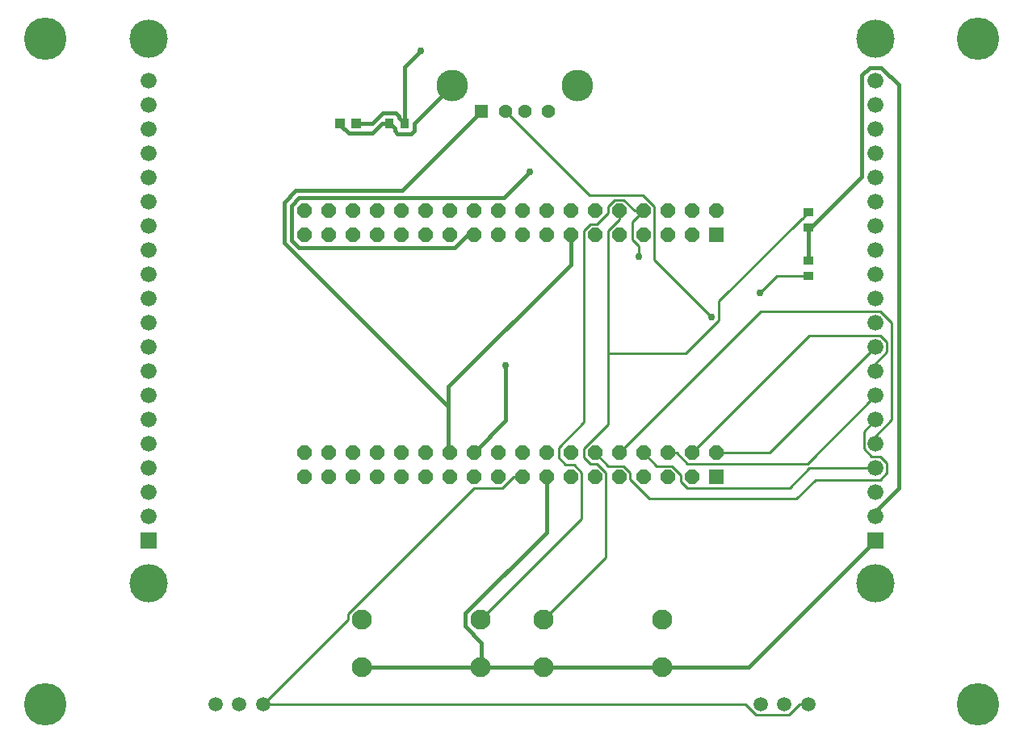
<source format=gbr>
G04 EAGLE Gerber RS-274X export*
G75*
%MOMM*%
%FSLAX34Y34*%
%LPD*%
%INBottom Copper*%
%IPPOS*%
%AMOC8*
5,1,8,0,0,1.08239X$1,22.5*%
G01*
%ADD10R,1.100000X1.000000*%
%ADD11R,1.428000X1.428000*%
%ADD12C,1.428000*%
%ADD13C,3.316000*%
%ADD14C,4.445000*%
%ADD15C,1.508000*%
%ADD16R,1.031241X0.949959*%
%ADD17R,0.949959X1.031241*%
%ADD18C,2.100000*%
%ADD19R,1.524000X1.524000*%
%ADD20P,1.649562X8X202.500000*%
%ADD21R,1.676400X1.676400*%
%ADD22C,1.676400*%
%ADD23C,4.016000*%
%ADD24C,0.254000*%
%ADD25C,0.381000*%
%ADD26C,0.756400*%


D10*
X376800Y660400D03*
X359800Y660400D03*
D11*
X508000Y673100D03*
D12*
X533000Y673100D03*
X553000Y673100D03*
X578000Y673100D03*
D13*
X477300Y700200D03*
X608700Y700200D03*
D14*
X50800Y749300D03*
X1028700Y749300D03*
X1028700Y50800D03*
X50800Y50800D03*
D15*
X800500Y50800D03*
X825500Y50800D03*
X850500Y50800D03*
X229000Y50800D03*
X254000Y50800D03*
X279000Y50800D03*
D16*
X850900Y516001D03*
X850900Y499999D03*
X850900Y550799D03*
X850900Y566801D03*
D17*
X427101Y660400D03*
X411099Y660400D03*
D18*
X507000Y139300D03*
X507000Y89300D03*
X382000Y89300D03*
X382000Y139300D03*
X697500Y139300D03*
X697500Y89300D03*
X572500Y89300D03*
X572500Y139300D03*
D19*
X753700Y289300D03*
D20*
X753700Y314700D03*
X728300Y289300D03*
X728300Y314700D03*
X702900Y289300D03*
X702900Y314700D03*
X677500Y289300D03*
X677500Y314700D03*
X652100Y289300D03*
X652100Y314700D03*
X626700Y289300D03*
X626700Y314700D03*
X601300Y289300D03*
X601300Y314700D03*
X575900Y289300D03*
X575900Y314700D03*
X550500Y289300D03*
X550500Y314700D03*
X525100Y289300D03*
X525100Y314700D03*
X499700Y289300D03*
X499700Y314700D03*
X474300Y289300D03*
X474300Y314700D03*
X448900Y289300D03*
X448900Y314700D03*
X423500Y289300D03*
X423500Y314700D03*
X398100Y289300D03*
X398100Y314700D03*
X372700Y289300D03*
X372700Y314700D03*
X347300Y289300D03*
X347300Y314700D03*
X321900Y289300D03*
X321900Y314700D03*
D19*
X753700Y543300D03*
D20*
X753700Y568700D03*
X728300Y543300D03*
X728300Y568700D03*
X702900Y543300D03*
X702900Y568700D03*
X677500Y543300D03*
X677500Y568700D03*
X652100Y543300D03*
X652100Y568700D03*
X626700Y543300D03*
X626700Y568700D03*
X601300Y543300D03*
X601300Y568700D03*
X575900Y543300D03*
X575900Y568700D03*
X550500Y543300D03*
X550500Y568700D03*
X525100Y543300D03*
X525100Y568700D03*
X499700Y543300D03*
X499700Y568700D03*
X474300Y543300D03*
X474300Y568700D03*
X448900Y543300D03*
X448900Y568700D03*
X423500Y543300D03*
X423500Y568700D03*
X398100Y543300D03*
X398100Y568700D03*
X372700Y543300D03*
X372700Y568700D03*
X347300Y543300D03*
X347300Y568700D03*
X321900Y543300D03*
X321900Y568700D03*
D21*
X920750Y222250D03*
D22*
X920750Y247650D03*
X920750Y273050D03*
X920750Y298450D03*
X920750Y323850D03*
X920750Y349250D03*
X920750Y374650D03*
X920750Y400050D03*
X920750Y425450D03*
X920750Y450850D03*
X920750Y476250D03*
X920750Y501650D03*
X920750Y527050D03*
X920750Y552450D03*
X920750Y577850D03*
X920750Y603250D03*
X920750Y628650D03*
X920750Y654050D03*
X920750Y679450D03*
X920750Y704850D03*
D21*
X158750Y222250D03*
D22*
X158750Y247650D03*
X158750Y273050D03*
X158750Y298450D03*
X158750Y323850D03*
X158750Y349250D03*
X158750Y374650D03*
X158750Y400050D03*
X158750Y425450D03*
X158750Y450850D03*
X158750Y476250D03*
X158750Y501650D03*
X158750Y527050D03*
X158750Y552450D03*
X158750Y577850D03*
X158750Y603250D03*
X158750Y628650D03*
X158750Y654050D03*
X158750Y679450D03*
X158750Y704850D03*
D23*
X158750Y749300D03*
X158750Y177800D03*
X920750Y749300D03*
X920750Y177800D03*
D24*
X850500Y50800D02*
X841551Y50800D01*
X784449Y50800D02*
X279000Y50800D01*
X830201Y39450D02*
X841551Y50800D01*
X795799Y39450D02*
X784449Y50800D01*
X795799Y39450D02*
X830201Y39450D01*
X367690Y139490D02*
X279000Y50800D01*
X367690Y139490D02*
X367690Y145227D01*
X541265Y289300D02*
X550500Y289300D01*
X541265Y289300D02*
X529835Y277870D01*
X500333Y277870D02*
X367690Y145227D01*
X500333Y277870D02*
X529835Y277870D01*
X716870Y284566D02*
X723566Y277870D01*
X851734Y298450D02*
X920750Y298450D01*
X691470Y300730D02*
X677500Y314700D01*
X716870Y291495D02*
X716870Y284566D01*
X707635Y300730D02*
X691470Y300730D01*
X707635Y300730D02*
X716870Y291495D01*
X831154Y277870D02*
X851734Y298450D01*
X831154Y277870D02*
X723566Y277870D01*
X663530Y294035D02*
X656835Y300730D01*
X640670Y300730D02*
X626700Y314700D01*
X640670Y300730D02*
X656835Y300730D01*
X663530Y294035D02*
X663530Y287106D01*
X683936Y266700D01*
X925800Y286258D02*
X932942Y293400D01*
X932942Y303500D01*
X925800Y310642D01*
X857758Y286258D02*
X838200Y266700D01*
X916716Y310642D02*
X925800Y310642D01*
X916716Y310642D02*
X908558Y318800D01*
X908558Y337058D01*
X920750Y349250D01*
X925800Y286258D02*
X857758Y286258D01*
X838200Y266700D02*
X683936Y266700D01*
X925800Y463042D02*
X938022Y450820D01*
X925800Y463042D02*
X800442Y463042D01*
X652100Y314700D01*
X920750Y323850D02*
X920750Y332008D01*
X938022Y349280D01*
X938022Y450820D01*
X712136Y314700D02*
X702900Y314700D01*
X712136Y314700D02*
X723566Y303270D01*
X849370Y303270D02*
X920750Y374650D01*
X849370Y303270D02*
X723566Y303270D01*
X753700Y314700D02*
X810000Y314700D01*
X920750Y425450D01*
X925800Y437642D02*
X932942Y430500D01*
X932942Y420400D01*
X920750Y408208D02*
X920750Y400050D01*
X920750Y408208D02*
X932942Y420400D01*
X851242Y437642D02*
X728300Y314700D01*
X851242Y437642D02*
X925800Y437642D01*
D25*
X906653Y710689D02*
X914911Y718947D01*
X926589Y718947D01*
X920750Y253114D02*
X920750Y247650D01*
X945007Y700529D02*
X926589Y718947D01*
X945007Y700529D02*
X945007Y277371D01*
X920750Y253114D01*
X852886Y550799D02*
X850900Y550799D01*
X852886Y550799D02*
X906653Y604566D01*
X906653Y710689D01*
X850900Y550799D02*
X850900Y516001D01*
X697500Y89300D02*
X572500Y89300D01*
X697500Y89300D02*
X787800Y89300D01*
X920750Y222250D01*
X572500Y89300D02*
X508000Y89300D01*
X507000Y89300D01*
X382000Y89300D01*
X403982Y671271D02*
X418216Y671271D01*
X421564Y667923D01*
X393111Y660400D02*
X376800Y660400D01*
X421564Y665937D02*
X421564Y667923D01*
X421564Y665937D02*
X427101Y660400D01*
X403982Y671271D02*
X393111Y660400D01*
X427101Y660400D02*
X427101Y719201D01*
X444500Y736600D01*
D26*
X444500Y736600D03*
D25*
X490785Y146017D02*
X490785Y132584D01*
X575900Y231132D02*
X575900Y289300D01*
X575900Y231132D02*
X490785Y146017D01*
X490785Y132584D02*
X508000Y115369D01*
X508000Y89300D01*
D26*
X533400Y406400D03*
D25*
X533400Y348400D01*
X499700Y314700D01*
D26*
X558800Y609600D03*
D25*
X316376Y582035D02*
X308565Y574224D01*
X308565Y537776D02*
X316376Y529965D01*
X531235Y582035D02*
X558800Y609600D01*
X531235Y582035D02*
X316376Y582035D01*
X308565Y574224D02*
X308565Y537776D01*
X316376Y529965D02*
X479824Y529965D01*
X493159Y543300D02*
X499700Y543300D01*
X493159Y543300D02*
X479824Y529965D01*
X601300Y543300D02*
X601300Y512400D01*
X474300Y314700D02*
X472700Y314700D01*
X300945Y577380D02*
X313220Y589655D01*
X300945Y577380D02*
X300945Y534620D01*
X313220Y589655D02*
X424555Y589655D01*
X472700Y362865D02*
X472700Y314700D01*
X424555Y589655D02*
X508000Y673100D01*
X300945Y534620D02*
X472700Y362865D01*
X472700Y383800D01*
X601300Y512400D01*
D24*
X588600Y309439D02*
X596039Y302000D01*
X588600Y309439D02*
X588600Y319961D01*
X615270Y548035D02*
X621966Y554730D01*
X640670Y573435D02*
X647366Y580130D01*
X656835Y580130D01*
X604765Y302000D02*
X596039Y302000D01*
X621966Y554730D02*
X628895Y554730D01*
X640670Y566506D01*
X640670Y573435D01*
X615270Y346631D02*
X588600Y319961D01*
X615270Y346631D02*
X615270Y548035D01*
X612730Y245030D02*
X507000Y139300D01*
X612730Y245030D02*
X612730Y294035D01*
X604765Y302000D01*
X668265Y568700D02*
X656835Y580130D01*
X668265Y568700D02*
X677500Y568700D01*
X817499Y499999D02*
X850900Y499999D01*
X817499Y499999D02*
X800100Y482600D01*
D26*
X800100Y482600D03*
X673100Y520700D03*
D24*
X673100Y531536D01*
X666070Y538566D01*
X666070Y557270D01*
X677500Y568700D01*
X615270Y309966D02*
X621966Y303270D01*
X615270Y309966D02*
X615270Y319435D01*
X652100Y559465D02*
X652100Y568700D01*
X652100Y559465D02*
X640670Y548035D01*
X628895Y303270D02*
X621966Y303270D01*
X638130Y204930D02*
X572500Y139300D01*
X638130Y204930D02*
X638130Y294035D01*
X628895Y303270D01*
X640670Y344835D02*
X640670Y419100D01*
X640670Y548035D01*
X640670Y344835D02*
X615270Y319435D01*
X844728Y560629D02*
X850900Y566801D01*
X844728Y560629D02*
X843640Y560629D01*
X756892Y473881D01*
X756892Y454055D01*
X721937Y419100D01*
X640670Y419100D01*
D25*
X411099Y660400D02*
X403887Y660400D01*
X359800Y660400D02*
X359800Y658818D01*
X393172Y649685D02*
X403887Y660400D01*
X393172Y649685D02*
X368933Y649685D01*
X359800Y658818D01*
X416636Y652877D02*
X419984Y649529D01*
X434218Y649529D01*
X437566Y652877D01*
X437566Y660466D01*
X477300Y700200D01*
X416636Y654863D02*
X411099Y660400D01*
X416636Y654863D02*
X416636Y652877D01*
D26*
X749300Y457200D03*
D24*
X620890Y585210D02*
X533000Y673100D01*
X688930Y517570D02*
X749300Y457200D01*
X688930Y517570D02*
X688930Y573435D01*
X677155Y585210D02*
X620890Y585210D01*
X677155Y585210D02*
X688930Y573435D01*
M02*

</source>
